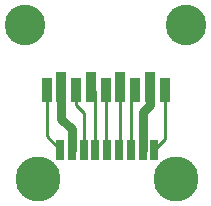
<source format=gtl>
%TF.GenerationSoftware,KiCad,Pcbnew,7.0.0-da2b9df05c~163~ubuntu22.04.1*%
%TF.CreationDate,2023-02-27T17:45:44+00:00*%
%TF.ProjectId,straightusb3,73747261-6967-4687-9475-7362332e6b69,rev?*%
%TF.SameCoordinates,Original*%
%TF.FileFunction,Copper,L1,Top*%
%TF.FilePolarity,Positive*%
%FSLAX46Y46*%
G04 Gerber Fmt 4.6, Leading zero omitted, Abs format (unit mm)*
G04 Created by KiCad (PCBNEW 7.0.0-da2b9df05c~163~ubuntu22.04.1) date 2023-02-27 17:45:44*
%MOMM*%
%LPD*%
G01*
G04 APERTURE LIST*
%TA.AperFunction,SMDPad,CuDef*%
%ADD10R,0.900000X2.600000*%
%TD*%
%TA.AperFunction,SMDPad,CuDef*%
%ADD11R,0.900000X2.150000*%
%TD*%
%TA.AperFunction,ComponentPad*%
%ADD12C,3.438000*%
%TD*%
%TA.AperFunction,SMDPad,CuDef*%
%ADD13R,0.700000X1.800000*%
%TD*%
%TA.AperFunction,ComponentPad*%
%ADD14C,3.800000*%
%TD*%
%TA.AperFunction,Conductor*%
%ADD15C,0.800000*%
%TD*%
%TA.AperFunction,Conductor*%
%ADD16C,0.250000*%
%TD*%
G04 APERTURE END LIST*
D10*
%TO.P,J2,1,VBUS*%
%TO.N,/A1*%
X161567999Y-103860999D03*
%TO.P,J2,2,D-*%
%TO.N,/A2*%
X159067999Y-103860999D03*
%TO.P,J2,3,D+*%
%TO.N,/A3*%
X156567999Y-103860999D03*
%TO.P,J2,4,GND*%
%TO.N,/A4*%
X154067999Y-103860999D03*
D11*
%TO.P,J2,5,STDA_SSRX*%
%TO.N,/A5*%
X152817999Y-104085999D03*
%TO.P,J2,6,STDA_SSRX+*%
%TO.N,/A6*%
X155317999Y-104085999D03*
%TO.P,J2,7,GND_DRAIN*%
%TO.N,/A7*%
X157817999Y-104085999D03*
%TO.P,J2,8,STDA_SSTX*%
%TO.N,/A8*%
X160317999Y-104085999D03*
%TO.P,J2,9,STDA_SSTX+*%
%TO.N,/A9*%
X162817999Y-104085999D03*
D12*
%TO.P,J2,MH1,MH1*%
%TO.N,/GND*%
X164618000Y-98641000D03*
%TO.P,J2,MH2,MH2*%
X151018000Y-98641000D03*
%TD*%
D13*
%TO.P,J1,1,1*%
%TO.N,/A1*%
X160951999Y-109182999D03*
%TO.P,J1,2,2*%
%TO.N,/A2*%
X158951999Y-109182999D03*
%TO.P,J1,3,3*%
%TO.N,/A3*%
X156951999Y-109182999D03*
%TO.P,J1,4,4*%
%TO.N,/A4*%
X154951999Y-109182999D03*
%TO.P,J1,5,5*%
%TO.N,/A5*%
X153951999Y-109182999D03*
%TO.P,J1,6,6*%
%TO.N,/A6*%
X155951999Y-109182999D03*
%TO.P,J1,7,7*%
%TO.N,/A7*%
X157951999Y-109182999D03*
%TO.P,J1,8,8*%
%TO.N,/A8*%
X159951999Y-109182999D03*
%TO.P,J1,9,9*%
%TO.N,/A9*%
X161951999Y-109182999D03*
D14*
%TO.P,J1,10,10*%
%TO.N,/GND*%
X152102000Y-111633000D03*
%TO.P,J1,11,11*%
X163802000Y-111633000D03*
%TD*%
D15*
%TO.N,/A4*%
X154952000Y-107437000D02*
X154068000Y-106553000D01*
X154952000Y-109183000D02*
X154952000Y-107437000D01*
X154068000Y-103861000D02*
X154068000Y-106553000D01*
D16*
%TO.N,/A9*%
X162818000Y-104086000D02*
X162818000Y-108317000D01*
X162818000Y-108317000D02*
X161952000Y-109183000D01*
D15*
%TO.N,/A1*%
X161568000Y-103861000D02*
X161568000Y-105411000D01*
X161568000Y-105411000D02*
X160952000Y-106027000D01*
X160952000Y-106027000D02*
X160952000Y-109183000D01*
D16*
%TO.N,/A8*%
X159952000Y-109183000D02*
X159952000Y-104452000D01*
X159952000Y-104452000D02*
X160318000Y-104086000D01*
%TO.N,/A2*%
X159068000Y-103861000D02*
X159068000Y-109067000D01*
X159068000Y-109067000D02*
X158952000Y-109183000D01*
%TO.N,/A7*%
X157818000Y-104086000D02*
X157818000Y-109049000D01*
X157818000Y-109049000D02*
X157952000Y-109183000D01*
%TO.N,/A3*%
X156568000Y-103861000D02*
X156952000Y-104245000D01*
X156952000Y-104245000D02*
X156952000Y-109183000D01*
%TO.N,/A6*%
X155318000Y-104086000D02*
X155318000Y-105411000D01*
X155318000Y-105411000D02*
X155952000Y-106045000D01*
X155952000Y-106045000D02*
X155952000Y-109183000D01*
%TO.N,/A5*%
X152818000Y-104086000D02*
X152818000Y-108049000D01*
X152818000Y-108049000D02*
X153952000Y-109183000D01*
%TD*%
M02*

</source>
